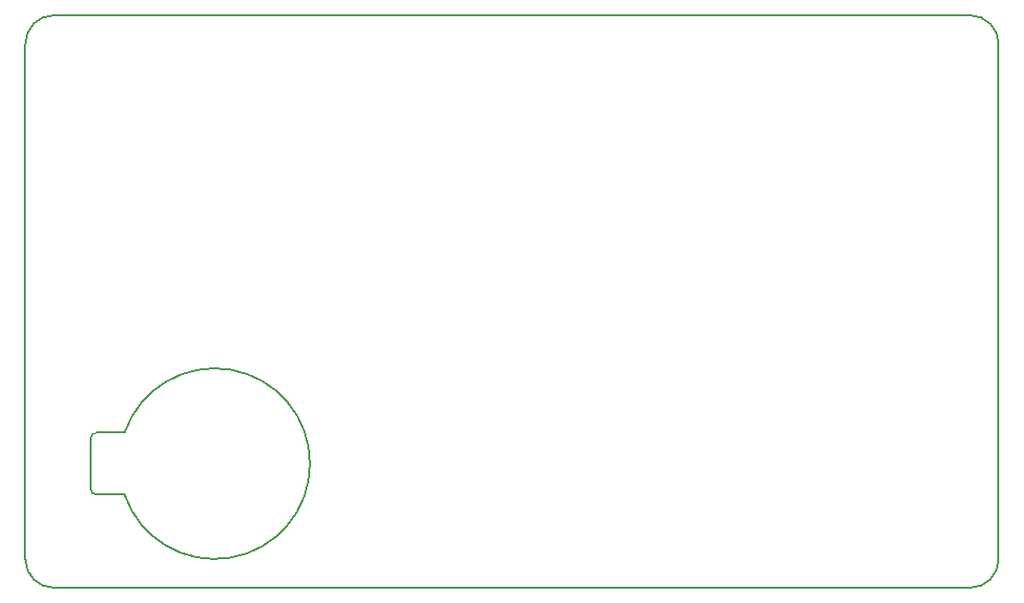
<source format=gm1>
G04 #@! TF.FileFunction,Profile,NP*
%FSLAX46Y46*%
G04 Gerber Fmt 4.6, Leading zero omitted, Abs format (unit mm)*
G04 Created by KiCad (PCBNEW 4.0.5+dfsg1-4) date Mon Nov 20 15:47:14 2017*
%MOMM*%
%LPD*%
G01*
G04 APERTURE LIST*
%ADD10C,0.100000*%
%ADD11C,0.150000*%
G04 APERTURE END LIST*
D10*
D11*
X109220000Y-119380000D02*
G75*
G03X111760000Y-121920000I2540000J0D01*
G01*
X193040000Y-121920000D02*
G75*
G03X195580000Y-119380000I0J2540000D01*
G01*
X195580000Y-73660000D02*
G75*
G03X193040000Y-71120000I-2540000J0D01*
G01*
X111760000Y-71120000D02*
G75*
G03X109220000Y-73660000I0J-2540000D01*
G01*
X109220000Y-119380000D02*
X109220000Y-73660000D01*
X111760000Y-71120000D02*
X193040000Y-71120000D01*
X193040000Y-121920000D02*
X111760000Y-121920000D01*
X195580000Y-73660000D02*
X195580000Y-119380000D01*
X118030000Y-113654000D02*
G75*
G03X118030000Y-108154000I8000000J2750000D01*
G01*
X115530000Y-108154000D02*
G75*
G03X115030000Y-108654000I0J-500000D01*
G01*
X115030000Y-113154000D02*
G75*
G03X115530000Y-113654000I500000J0D01*
G01*
X115530000Y-108154000D02*
X118030000Y-108154000D01*
X115530000Y-113654000D02*
X118030000Y-113654000D01*
X115030000Y-108654000D02*
X115030000Y-113154000D01*
M02*

</source>
